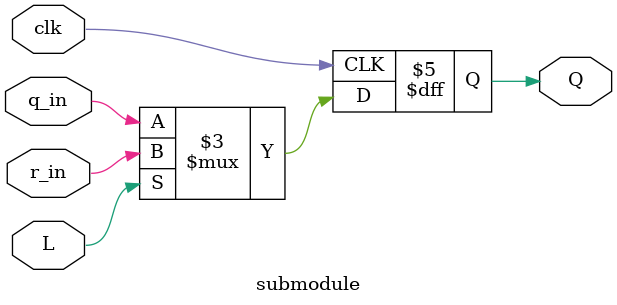
<source format=sv>
module top_module(
    input clk,
    input L,
    input [2:0] r,
    output reg [2:0] q
);

wire [2:0] q_int;

submodule U1 (.clk(clk), .L(L), .q_in(q[0]), .r_in(r[0]), .Q(q_int[0]));
submodule U2 (.clk(clk), .L(L), .q_in(q[1]), .r_in(r[1]), .Q(q_int[1]));
submodule U3 (.clk(clk), .L(L), .q_in(q[2]), .r_in(r[2]), .Q(q_int[2]));

always @(posedge clk) begin
    if (L) begin
        q <= r;
    end else begin
        q <= {q_int[1] ^ q_int[2], q_int[0], q_int[2]};
    end
end

endmodule
module submodule(
    input clk,
    input L,
    input q_in,
    input r_in,
    output reg Q
);

always @(posedge clk) begin
    if (L) begin
        Q <= r_in;
    end else begin
        Q <= q_in;
    end
end

endmodule

</source>
